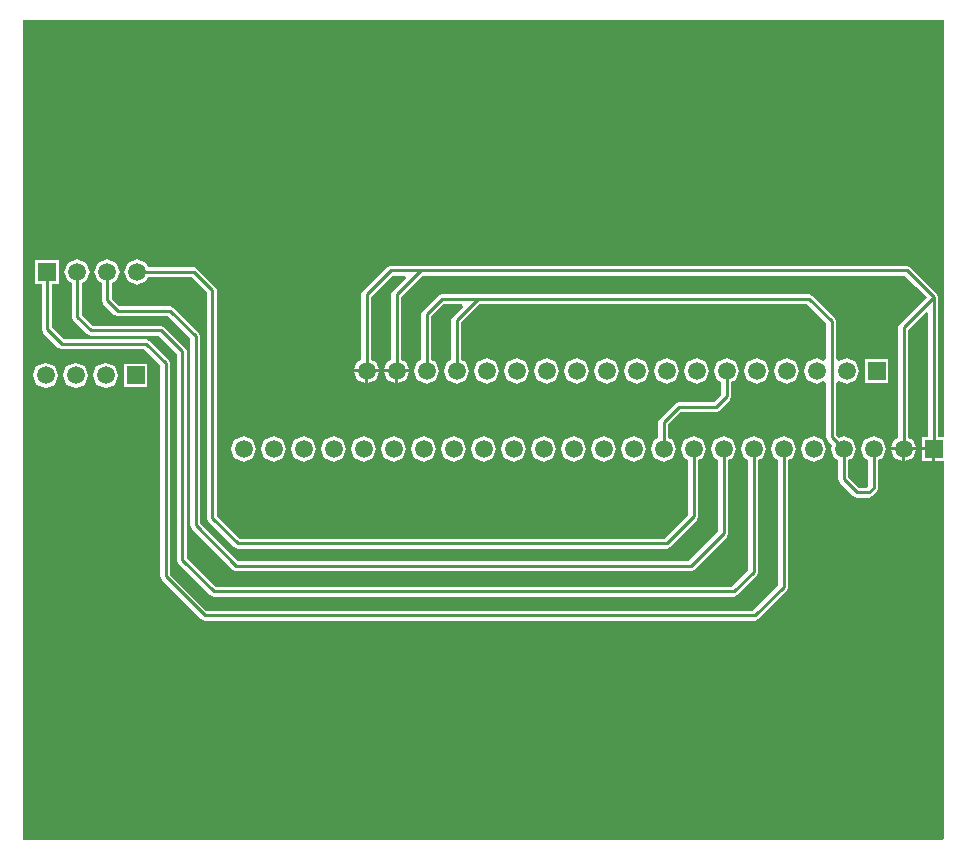
<source format=gbl>
%FSTAX23Y23*%
%MOIN*%
%SFA1B1*%

%IPPOS*%
%ADD10C,0.010000*%
%ADD11C,0.059055*%
%ADD12R,0.059055X0.059055*%
%LNee107_mcu_fpga_connector_board-1*%
%LPD*%
G36*
X0463Y03409D02*
X04611D01*
Y03875*
X04606Y03886*
X04516Y03976*
X04505Y03981*
X02785*
X02773Y03976*
X02693Y03896*
X02688Y03885*
Y03666*
X02674Y0366*
X02664Y03635*
X02705*
X02745*
X02735Y0366*
X02721Y03666*
Y03878*
X02791Y03948*
X02832*
X02836Y03939*
X02793Y03896*
X02788Y03885*
Y03666*
X02774Y0366*
X02764Y03635*
X02805*
X02845*
X02835Y0366*
X02821Y03666*
Y03878*
X02891Y03948*
X04498*
X04572Y03875*
X04483Y03786*
X04478Y03775*
Y03406*
X04464Y034*
X04454Y03375*
X04495*
X04535*
X04525Y034*
X04511Y03406*
Y03768*
X04569Y03826*
X04578Y03822*
Y03409*
X04555*
Y03375*
X04595*
Y0337*
X046*
Y0333*
X0463*
Y02075*
X0463Y02074*
X04626Y02065*
X0156*
Y048*
X0463*
Y03409*
G37*
%LNee107_mcu_fpga_connector_board-2*%
%LPC*%
G36*
X03295Y03412D02*
X03264Y034D01*
X03252Y0337*
X03264Y03339*
X03295Y03327*
X03325Y03339*
X03337Y0337*
X03325Y034*
X03295Y03412*
G37*
G36*
X03395D02*
X03364Y034D01*
X03352Y0337*
X03364Y03339*
X03395Y03327*
X03425Y03339*
X03437Y0337*
X03425Y034*
X03395Y03412*
G37*
G36*
X03195D02*
X03164Y034D01*
X03152Y0337*
X03164Y03339*
X03195Y03327*
X03225Y03339*
X03237Y0337*
X03225Y034*
X03195Y03412*
G37*
G36*
X02995D02*
X02964Y034D01*
X02952Y0337*
X02964Y03339*
X02995Y03327*
X03025Y03339*
X03037Y0337*
X03025Y034*
X02995Y03412*
G37*
G36*
X03095D02*
X03064Y034D01*
X03052Y0337*
X03064Y03339*
X03095Y03327*
X03125Y03339*
X03137Y0337*
X03125Y034*
X03095Y03412*
G37*
G36*
X04195D02*
X04164Y034D01*
X04152Y0337*
X04164Y03339*
X04195Y03327*
X04225Y03339*
X04237Y0337*
X04225Y034*
X04195Y03412*
G37*
G36*
X0449Y03365D02*
X04454D01*
X04464Y03339*
X0449Y03329*
Y03365*
G37*
G36*
X03905Y03672D02*
X03874Y0366D01*
X03862Y0363*
X03874Y03599*
X03888Y03593*
Y03551*
X03863Y03526*
X03745*
X03733Y03521*
X03683Y03471*
X03678Y0346*
Y03406*
X03664Y034*
X03652Y0337*
X03664Y03339*
X03695Y03327*
X03725Y03339*
X03737Y0337*
X03725Y034*
X03711Y03406*
Y03453*
X03751Y03493*
X0387*
X03881Y03498*
X03916Y03533*
X03921Y03545*
Y03593*
X03935Y03599*
X03947Y0363*
X03935Y0366*
X03905Y03672*
G37*
G36*
X03495Y03412D02*
X03464Y034D01*
X03452Y0337*
X03464Y03339*
X03495Y03327*
X03525Y03339*
X03537Y0337*
X03525Y034*
X03495Y03412*
G37*
G36*
X03595D02*
X03564Y034D01*
X03552Y0337*
X03564Y03339*
X03595Y03327*
X03625Y03339*
X03637Y0337*
X03625Y034*
X03595Y03412*
G37*
G36*
X0194Y04002D02*
X01909Y0399D01*
X01897Y0396*
X01909Y03929*
X0194Y03917*
X0197Y03929*
X01976Y03943*
X02123*
X02173Y03893*
Y0314*
X02178Y03128*
X02263Y03043*
X02275Y03038*
X03705*
X03716Y03043*
X03806Y03133*
X03811Y03145*
Y03333*
X03825Y03339*
X03837Y0337*
X03825Y034*
X03795Y03412*
X03764Y034*
X03752Y0337*
X03764Y03339*
X03778Y03333*
Y03151*
X03698Y03071*
X02281*
X02206Y03146*
Y039*
X02201Y03911*
X02141Y03971*
X0213Y03976*
X01976*
X0197Y0399*
X0194Y04002*
G37*
G36*
X02295Y03412D02*
X02264Y034D01*
X02252Y0337*
X02264Y03339*
X02295Y03327*
X02325Y03339*
X02337Y0337*
X02325Y034*
X02295Y03412*
G37*
G36*
X0184Y04002D02*
X01809Y0399D01*
X01797Y0396*
X01809Y03929*
X01823Y03923*
Y03865*
X01828Y03853*
X01863Y03818*
X01875Y03813*
X02043*
X02118Y03738*
Y03115*
X02123Y03103*
X02258Y02968*
X0227Y02963*
X03785*
X03796Y02968*
X03906Y03078*
X03911Y0309*
Y03333*
X03925Y03339*
X03937Y0337*
X03925Y034*
X03895Y03412*
X03864Y034*
X03852Y0337*
X03864Y03339*
X03878Y03333*
Y03096*
X03778Y02996*
X02276*
X02151Y03121*
Y03745*
X02146Y03756*
X02061Y03841*
X0205Y03846*
X01881*
X01856Y03871*
Y03923*
X0187Y03929*
X01882Y0396*
X0187Y0399*
X0184Y04002*
G37*
G36*
X01679Y03999D02*
X016D01*
Y0392*
X01623*
Y0377*
X01628Y03758*
X01678Y03708*
X0169Y03703*
X01963*
X02018Y03648*
Y02945*
X02023Y02933*
X02153Y02803*
X02165Y02798*
X04*
X04011Y02803*
X04106Y02898*
X04111Y0291*
Y03333*
X04125Y03339*
X04137Y0337*
X04125Y034*
X04095Y03412*
X04064Y034*
X04052Y0337*
X04064Y03339*
X04078Y03333*
Y02916*
X03993Y02831*
X02171*
X02051Y02951*
Y03655*
X02046Y03666*
X01981Y03731*
X0197Y03736*
X01696*
X01656Y03776*
Y0392*
X01679*
Y03999*
G37*
G36*
X0174Y04002D02*
X01709Y0399D01*
X01697Y0396*
X01709Y03929*
X01723Y03923*
Y0381*
X01728Y03798*
X01773Y03753*
X01785Y03748*
X02013*
X02073Y03688*
Y03*
X02078Y02988*
X02183Y02883*
X02195Y02878*
X0393*
X03941Y02883*
X04006Y02948*
X04011Y0296*
Y03333*
X04025Y03339*
X04037Y0337*
X04025Y034*
X03995Y03412*
X03964Y034*
X03952Y0337*
X03964Y03339*
X03978Y03333*
Y02966*
X03923Y02911*
X02201*
X02106Y03006*
Y03695*
X02101Y03706*
X02031Y03776*
X0202Y03781*
X01791*
X01756Y03816*
Y03923*
X0177Y03929*
X01782Y0396*
X0177Y0399*
X0174Y04002*
G37*
G36*
X02395Y03412D02*
X02364Y034D01*
X02352Y0337*
X02364Y03339*
X02395Y03327*
X02425Y03339*
X02437Y0337*
X02425Y034*
X02395Y03412*
G37*
G36*
X02795D02*
X02764Y034D01*
X02752Y0337*
X02764Y03339*
X02795Y03327*
X02825Y03339*
X02837Y0337*
X02825Y034*
X02795Y03412*
G37*
G36*
X02895D02*
X02864Y034D01*
X02852Y0337*
X02864Y03339*
X02895Y03327*
X02925Y03339*
X02937Y0337*
X02925Y034*
X02895Y03412*
G37*
G36*
X02695D02*
X02664Y034D01*
X02652Y0337*
X02664Y03339*
X02695Y03327*
X02725Y03339*
X02737Y0337*
X02725Y034*
X02695Y03412*
G37*
G36*
X02495D02*
X02464Y034D01*
X02452Y0337*
X02464Y03339*
X02495Y03327*
X02525Y03339*
X02537Y0337*
X02525Y034*
X02495Y03412*
G37*
G36*
X02595D02*
X02564Y034D01*
X02552Y0337*
X02564Y03339*
X02595Y03327*
X02625Y03339*
X02637Y0337*
X02625Y034*
X02595Y03412*
G37*
G36*
X04535Y03365D02*
X045D01*
Y03329*
X04525Y03339*
X04535Y03365*
G37*
G36*
X04105Y03672D02*
X04074Y0366D01*
X04062Y0363*
X04074Y03599*
X04105Y03587*
X04135Y03599*
X04147Y0363*
X04135Y0366*
X04105Y03672*
G37*
G36*
X027Y03625D02*
X02664D01*
X02674Y03599*
X027Y03589*
Y03625*
G37*
G36*
X04005Y03672D02*
X03974Y0366D01*
X03962Y0363*
X03974Y03599*
X04005Y03587*
X04035Y03599*
X04047Y0363*
X04035Y0366*
X04005Y03672*
G37*
G36*
X03705D02*
X03674Y0366D01*
X03662Y0363*
X03674Y03599*
X03705Y03587*
X03735Y03599*
X03747Y0363*
X03735Y0366*
X03705Y03672*
G37*
G36*
X03805D02*
X03774Y0366D01*
X03762Y0363*
X03774Y03599*
X03805Y03587*
X03835Y03599*
X03847Y0363*
X03835Y0366*
X03805Y03672*
G37*
G36*
X04444Y03669D02*
X04365D01*
Y0359*
X04444*
Y03669*
G37*
G36*
X0418Y03886D02*
X02955D01*
X02943Y03881*
X02893Y03831*
X02888Y0382*
Y03666*
X02874Y0366*
X02862Y0363*
X02874Y03599*
X02905Y03587*
X02935Y03599*
X02947Y0363*
X02935Y0366*
X02921Y03666*
Y03813*
X02961Y03853*
X03022*
X03026Y03844*
X02993Y03811*
X02988Y038*
Y03666*
X02974Y0366*
X02962Y0363*
X02974Y03599*
X03005Y03587*
X03035Y03599*
X03047Y0363*
X03035Y0366*
X03021Y03666*
Y03793*
X03081Y03853*
X04173*
X04238Y03788*
Y03669*
X04228Y03662*
X04205Y03672*
X04174Y0366*
X04162Y0363*
X04174Y03599*
X04205Y03587*
X04228Y03597*
X04238Y0359*
Y0341*
X04243Y03398*
X04258Y03384*
X04252Y0337*
X04264Y03339*
X04278Y03333*
Y0327*
X04283Y03258*
X04328Y03213*
X0434Y03208*
X0438*
X04391Y03213*
X04406Y03228*
X04411Y0324*
Y03333*
X04425Y03339*
X04437Y0337*
X04425Y034*
X04395Y03412*
X04364Y034*
X04352Y0337*
X04364Y03339*
X04378Y03333*
Y03246*
X04373Y03241*
X04346*
X04311Y03276*
Y03333*
X04325Y03339*
X04337Y0337*
X04325Y034*
X04295Y03412*
X0428Y03406*
X04271Y03416*
Y0359*
X04281Y03597*
X04305Y03587*
X04335Y03599*
X04347Y0363*
X04335Y0366*
X04305Y03672*
X04281Y03662*
X04271Y03669*
Y03795*
X04266Y03806*
X04191Y03881*
X0418Y03886*
G37*
G36*
X02845Y03625D02*
X0281D01*
Y03589*
X02835Y03599*
X02845Y03625*
G37*
G36*
X028D02*
X02764D01*
X02774Y03599*
X028Y03589*
Y03625*
G37*
G36*
X02745D02*
X0271D01*
Y03589*
X02735Y03599*
X02745Y03625*
G37*
G36*
X03605Y03672D02*
X03574Y0366D01*
X03562Y0363*
X03574Y03599*
X03605Y03587*
X03635Y03599*
X03647Y0363*
X03635Y0366*
X03605Y03672*
G37*
G36*
X01835Y03657D02*
X01804Y03645D01*
X01792Y03615*
X01804Y03584*
X01835Y03572*
X01865Y03584*
X01877Y03615*
X01865Y03645*
X01835Y03657*
G37*
G36*
X01974Y03654D02*
X01895D01*
Y03575*
X01974*
Y03654*
G37*
G36*
X01735Y03657D02*
X01704Y03645D01*
X01692Y03615*
X01704Y03584*
X01735Y03572*
X01765Y03584*
X01777Y03615*
X01765Y03645*
X01735Y03657*
G37*
G36*
X0459Y03365D02*
X04555D01*
Y0333*
X0459*
Y03365*
G37*
G36*
X01635Y03657D02*
X01604Y03645D01*
X01592Y03615*
X01604Y03584*
X01635Y03572*
X01665Y03584*
X01677Y03615*
X01665Y03645*
X01635Y03657*
G37*
G36*
X03405Y03672D02*
X03374Y0366D01*
X03362Y0363*
X03374Y03599*
X03405Y03587*
X03435Y03599*
X03447Y0363*
X03435Y0366*
X03405Y03672*
G37*
G36*
X03505D02*
X03474Y0366D01*
X03462Y0363*
X03474Y03599*
X03505Y03587*
X03535Y03599*
X03547Y0363*
X03535Y0366*
X03505Y03672*
G37*
G36*
X03305D02*
X03274Y0366D01*
X03262Y0363*
X03274Y03599*
X03305Y03587*
X03335Y03599*
X03347Y0363*
X03335Y0366*
X03305Y03672*
G37*
G36*
X03105D02*
X03074Y0366D01*
X03062Y0363*
X03074Y03599*
X03105Y03587*
X03135Y03599*
X03147Y0363*
X03135Y0366*
X03105Y03672*
G37*
G36*
X03205D02*
X03174Y0366D01*
X03162Y0363*
X03174Y03599*
X03205Y03587*
X03235Y03599*
X03247Y0363*
X03235Y0366*
X03205Y03672*
G37*
%LNee107_mcu_fpga_connector_board-3*%
%LPD*%
G54D10*
X0164Y0377D02*
Y0396D01*
Y0377D02*
X0169Y0372D01*
X0197*
X02035Y03655*
Y02945D02*
Y03655D01*
Y02945D02*
X02165Y02815D01*
X04*
X04095Y0291*
Y0337*
X0174Y0381D02*
Y0396D01*
Y0381D02*
X01785Y03765D01*
X0202*
X0209Y03695*
Y03D02*
Y03695D01*
Y03D02*
X02195Y02895D01*
X0393*
X03995Y0296*
Y0337*
X0184Y03865D02*
Y0396D01*
Y03865D02*
X01875Y0383D01*
X0205*
X02135Y03745*
Y03115D02*
Y03745D01*
Y03115D02*
X0227Y0298D01*
X03785*
X02275Y03055D02*
X03705D01*
X0219Y0314D02*
X02275Y03055D01*
X0219Y0314D02*
Y039D01*
X0213Y0396D02*
X0219Y039D01*
X0194Y0396D02*
X0213D01*
X03785Y0298D02*
X03895Y0309D01*
Y0337*
X03705Y03055D02*
X03795Y03145D01*
Y0337*
X02885Y03965D02*
X04505D01*
X02785D02*
X02885D01*
X02805Y03885D02*
X02885Y03965D01*
X02805Y0363D02*
Y03885D01*
X04495Y03775D02*
X04595Y03875D01*
X04495Y0337D02*
Y03775D01*
X04595Y0337D02*
Y03875D01*
X04505Y03965D02*
X04595Y03875D01*
X02705Y03885D02*
X02785Y03965D01*
X02705Y0363D02*
Y03885D01*
X03075Y0387D02*
X0418D01*
X02955D02*
X03075D01*
X03005Y038D02*
X03075Y0387D01*
X03005Y0363D02*
Y038D01*
X04395Y0324D02*
Y0337D01*
X0438Y03225D02*
X04395Y0324D01*
X0434Y03225D02*
X0438D01*
X04295Y0327D02*
X0434Y03225D01*
X04295Y0327D02*
Y0337D01*
X04255Y0341D02*
X04295Y0337D01*
X04255Y0341D02*
Y03795D01*
X0418Y0387D02*
X04255Y03795D01*
X02905Y0382D02*
X02955Y0387D01*
X02905Y0363D02*
Y0382D01*
X03905Y03545D02*
Y0363D01*
X0387Y0351D02*
X03905Y03545D01*
X03745Y0351D02*
X0387D01*
X03695Y0346D02*
X03745Y0351D01*
X03695Y0337D02*
Y0346D01*
G54D11*
X01635Y03615D03*
X01735D03*
X01835D03*
X0194Y0396D03*
X0184D03*
X0174D03*
X02295Y0337D03*
X02395D03*
X02495D03*
X02595D03*
X02695D03*
X02795D03*
X02895D03*
X02995D03*
X03095D03*
X03195D03*
X03295D03*
X03395D03*
X03495D03*
X03595D03*
X03695D03*
X03795D03*
X03895D03*
X03995D03*
X04095D03*
X04195D03*
X04295D03*
X04395D03*
X04495D03*
X02705Y0363D03*
X02805D03*
X02905D03*
X03005D03*
X03105D03*
X03205D03*
X03305D03*
X03405D03*
X03505D03*
X03605D03*
X03705D03*
X03805D03*
X03905D03*
X04005D03*
X04105D03*
X04205D03*
X04305D03*
G54D12*
X01935Y03615D03*
X0164Y0396D03*
X04595Y0337D03*
X04405Y0363D03*
M02*
</source>
